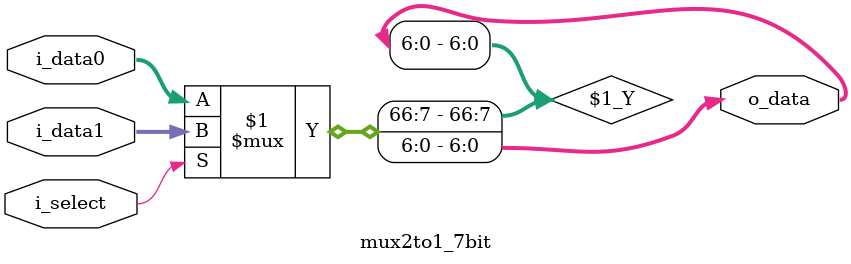
<source format=v>
module mux2to1_7bit (o_data, i_data0, i_data1, i_select);

 input [66:0] i_data0;
 input [66:0] i_data1;
 input i_select;

 output [6:0] o_data;
// reg    [6:0] o_data;

 assign o_data = (i_select) ? i_data1 : i_data0;

endmodule

</source>
